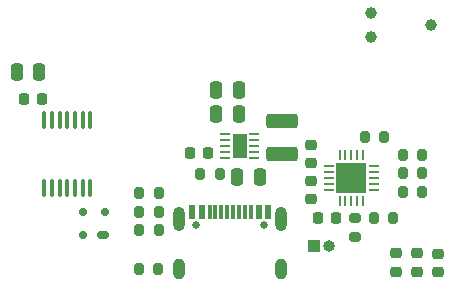
<source format=gbr>
%TF.GenerationSoftware,KiCad,Pcbnew,9.0.0*%
%TF.CreationDate,2025-06-13T20:30:42+03:00*%
%TF.ProjectId,BLE_sensors,424c455f-7365-46e7-936f-72732e6b6963,rev?*%
%TF.SameCoordinates,Original*%
%TF.FileFunction,Soldermask,Bot*%
%TF.FilePolarity,Negative*%
%FSLAX46Y46*%
G04 Gerber Fmt 4.6, Leading zero omitted, Abs format (unit mm)*
G04 Created by KiCad (PCBNEW 9.0.0) date 2025-06-13 20:30:42*
%MOMM*%
%LPD*%
G01*
G04 APERTURE LIST*
G04 Aperture macros list*
%AMRoundRect*
0 Rectangle with rounded corners*
0 $1 Rounding radius*
0 $2 $3 $4 $5 $6 $7 $8 $9 X,Y pos of 4 corners*
0 Add a 4 corners polygon primitive as box body*
4,1,4,$2,$3,$4,$5,$6,$7,$8,$9,$2,$3,0*
0 Add four circle primitives for the rounded corners*
1,1,$1+$1,$2,$3*
1,1,$1+$1,$4,$5*
1,1,$1+$1,$6,$7*
1,1,$1+$1,$8,$9*
0 Add four rect primitives between the rounded corners*
20,1,$1+$1,$2,$3,$4,$5,0*
20,1,$1+$1,$4,$5,$6,$7,0*
20,1,$1+$1,$6,$7,$8,$9,0*
20,1,$1+$1,$8,$9,$2,$3,0*%
G04 Aperture macros list end*
%ADD10R,1.000000X1.000000*%
%ADD11O,1.000000X1.000000*%
%ADD12C,0.990600*%
%ADD13RoundRect,0.218750X-0.256250X0.218750X-0.256250X-0.218750X0.256250X-0.218750X0.256250X0.218750X0*%
%ADD14RoundRect,0.200000X0.200000X0.275000X-0.200000X0.275000X-0.200000X-0.275000X0.200000X-0.275000X0*%
%ADD15RoundRect,0.225000X0.225000X0.250000X-0.225000X0.250000X-0.225000X-0.250000X0.225000X-0.250000X0*%
%ADD16RoundRect,0.200000X-0.200000X-0.275000X0.200000X-0.275000X0.200000X0.275000X-0.200000X0.275000X0*%
%ADD17RoundRect,0.250000X1.075000X-0.375000X1.075000X0.375000X-1.075000X0.375000X-1.075000X-0.375000X0*%
%ADD18C,0.650000*%
%ADD19R,0.600000X1.240000*%
%ADD20R,0.300000X1.240000*%
%ADD21O,1.000000X1.800000*%
%ADD22O,1.000000X2.100000*%
%ADD23RoundRect,0.225000X-0.250000X0.225000X-0.250000X-0.225000X0.250000X-0.225000X0.250000X0.225000X0*%
%ADD24RoundRect,0.100000X-0.100000X0.637500X-0.100000X-0.637500X0.100000X-0.637500X0.100000X0.637500X0*%
%ADD25RoundRect,0.200000X-0.275000X0.200000X-0.275000X-0.200000X0.275000X-0.200000X0.275000X0.200000X0*%
%ADD26RoundRect,0.062500X-0.062500X0.350000X-0.062500X-0.350000X0.062500X-0.350000X0.062500X0.350000X0*%
%ADD27RoundRect,0.062500X-0.350000X0.062500X-0.350000X-0.062500X0.350000X-0.062500X0.350000X0.062500X0*%
%ADD28R,2.500000X2.500000*%
%ADD29RoundRect,0.250000X0.250000X0.475000X-0.250000X0.475000X-0.250000X-0.475000X0.250000X-0.475000X0*%
%ADD30RoundRect,0.225000X0.250000X-0.225000X0.250000X0.225000X-0.250000X0.225000X-0.250000X-0.225000X0*%
%ADD31RoundRect,0.175000X0.325000X-0.175000X0.325000X0.175000X-0.325000X0.175000X-0.325000X-0.175000X0*%
%ADD32RoundRect,0.150000X0.150000X-0.200000X0.150000X0.200000X-0.150000X0.200000X-0.150000X-0.200000X0*%
%ADD33RoundRect,0.062500X0.350000X0.062500X-0.350000X0.062500X-0.350000X-0.062500X0.350000X-0.062500X0*%
%ADD34R,1.200000X2.000000*%
G04 APERTURE END LIST*
D10*
%TO.C,J2*%
X147580000Y-89050000D03*
D11*
X148850000Y-89050000D03*
%TD*%
D12*
%TO.C,J1*%
X157440000Y-70300000D03*
X152360000Y-71316000D03*
X152360000Y-69284000D03*
%TD*%
D13*
%TO.C,D2*%
X156270000Y-89665000D03*
X156270000Y-91240000D03*
%TD*%
D14*
%TO.C,R9*%
X134395000Y-84520000D03*
X132745000Y-84520000D03*
%TD*%
D13*
%TO.C,D1*%
X154470000Y-89665000D03*
X154470000Y-91240000D03*
%TD*%
D15*
%TO.C,C11*%
X138590000Y-81160000D03*
X137040000Y-81160000D03*
%TD*%
D16*
%TO.C,R13*%
X132715000Y-90960000D03*
X134365000Y-90960000D03*
%TD*%
%TO.C,R11*%
X132745000Y-87720000D03*
X134395000Y-87720000D03*
%TD*%
D17*
%TO.C,L1*%
X144870000Y-81230000D03*
X144870000Y-78430000D03*
%TD*%
D15*
%TO.C,C7*%
X149415000Y-86680000D03*
X147865000Y-86680000D03*
%TD*%
D16*
%TO.C,R6*%
X155065000Y-82890000D03*
X156715000Y-82890000D03*
%TD*%
%TO.C,R5*%
X155055000Y-84440000D03*
X156705000Y-84440000D03*
%TD*%
D18*
%TO.C,J3*%
X143352000Y-87265000D03*
X137572000Y-87265000D03*
D19*
X143662000Y-86145000D03*
X142862000Y-86145000D03*
D20*
X141712000Y-86145000D03*
X140712000Y-86145000D03*
X140212000Y-86145000D03*
X139212000Y-86145000D03*
D19*
X138062000Y-86145000D03*
X137262000Y-86145000D03*
X137262000Y-86145000D03*
X138062000Y-86145000D03*
D20*
X138712000Y-86145000D03*
X139712000Y-86145000D03*
X141212000Y-86145000D03*
X142212000Y-86145000D03*
D19*
X142862000Y-86145000D03*
X143662000Y-86145000D03*
D21*
X144782000Y-90945000D03*
D22*
X144782000Y-86745000D03*
D21*
X136142000Y-90945000D03*
D22*
X136142000Y-86745000D03*
%TD*%
D14*
%TO.C,R8*%
X134395000Y-86170000D03*
X132745000Y-86170000D03*
%TD*%
D23*
%TO.C,C9*%
X147295000Y-83525000D03*
X147295000Y-85075000D03*
%TD*%
D13*
%TO.C,D3*%
X158080000Y-89685000D03*
X158080000Y-91260000D03*
%TD*%
D24*
%TO.C,U7*%
X124730000Y-78387500D03*
X125380000Y-78387500D03*
X126030000Y-78387500D03*
X126680000Y-78387500D03*
X127330000Y-78387500D03*
X127980000Y-78387500D03*
X128630000Y-78387500D03*
X128630000Y-84112500D03*
X127980000Y-84112500D03*
X127330000Y-84112500D03*
X126680000Y-84112500D03*
X126030000Y-84112500D03*
X125380000Y-84112500D03*
X124730000Y-84112500D03*
%TD*%
D16*
%TO.C,TH1*%
X151840000Y-79820000D03*
X153490000Y-79820000D03*
%TD*%
D25*
%TO.C,R3*%
X150990000Y-86645000D03*
X150990000Y-88295000D03*
%TD*%
D26*
%TO.C,U5*%
X149725000Y-81320000D03*
X150225000Y-81320000D03*
X150725000Y-81320000D03*
X151225000Y-81320000D03*
X151725000Y-81320000D03*
D27*
X152662500Y-82257500D03*
X152662500Y-82757500D03*
X152662500Y-83257500D03*
X152662500Y-83757500D03*
X152662500Y-84257500D03*
D26*
X151725000Y-85195000D03*
X151225000Y-85195000D03*
X150725000Y-85195000D03*
X150225000Y-85195000D03*
X149725000Y-85195000D03*
D27*
X148787500Y-84257500D03*
X148787500Y-83757500D03*
X148787500Y-83257500D03*
X148787500Y-82757500D03*
X148787500Y-82257500D03*
D28*
X150725000Y-83257500D03*
%TD*%
D29*
%TO.C,C17*%
X124290000Y-74330000D03*
X122390000Y-74330000D03*
%TD*%
%TO.C,C12*%
X141190000Y-77860000D03*
X139290000Y-77860000D03*
%TD*%
D16*
%TO.C,R7*%
X155065000Y-81290000D03*
X156715000Y-81290000D03*
%TD*%
D29*
%TO.C,C13*%
X141180000Y-75800000D03*
X139280000Y-75800000D03*
%TD*%
D15*
%TO.C,C16*%
X124555000Y-76580000D03*
X123005000Y-76580000D03*
%TD*%
D30*
%TO.C,C8*%
X147300000Y-81995000D03*
X147300000Y-80445000D03*
%TD*%
D31*
%TO.C,D4*%
X129700000Y-88130000D03*
D32*
X128000000Y-88130000D03*
X128000000Y-86130000D03*
X129900000Y-86130000D03*
%TD*%
D33*
%TO.C,U3*%
X142470000Y-79580000D03*
X142470000Y-80080000D03*
X142470000Y-80580000D03*
X142470000Y-81080000D03*
X142470000Y-81580000D03*
X140045000Y-81580000D03*
X140045000Y-81080000D03*
X140045000Y-80580000D03*
X140045000Y-80080000D03*
X140045000Y-79580000D03*
D34*
X141257500Y-80580000D03*
%TD*%
D16*
%TO.C,R4*%
X152625000Y-86660000D03*
X154275000Y-86660000D03*
%TD*%
D29*
%TO.C,C10*%
X142970000Y-83160000D03*
X141070000Y-83160000D03*
%TD*%
D16*
%TO.C,R12*%
X137915000Y-82930000D03*
X139565000Y-82930000D03*
%TD*%
M02*

</source>
